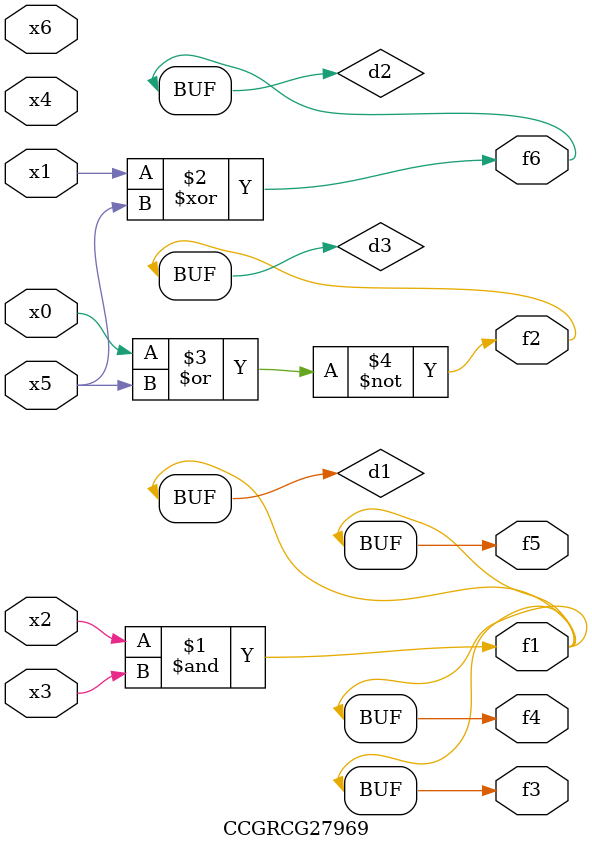
<source format=v>
module CCGRCG27969(
	input x0, x1, x2, x3, x4, x5, x6,
	output f1, f2, f3, f4, f5, f6
);

	wire d1, d2, d3;

	and (d1, x2, x3);
	xor (d2, x1, x5);
	nor (d3, x0, x5);
	assign f1 = d1;
	assign f2 = d3;
	assign f3 = d1;
	assign f4 = d1;
	assign f5 = d1;
	assign f6 = d2;
endmodule

</source>
